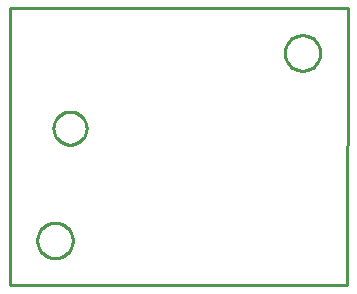
<source format=gbr>
G04 EAGLE Gerber X2 export*
%TF.Part,Single*%
%TF.FileFunction,Profile,NP*%
%TF.FilePolarity,Positive*%
%TF.GenerationSoftware,Autodesk,EAGLE,9.1.0*%
%TF.CreationDate,2018-08-15T13:35:39Z*%
G75*
%MOMM*%
%FSLAX34Y34*%
%LPD*%
%AMOC8*
5,1,8,0,0,1.08239X$1,22.5*%
G01*
%ADD10C,0.254000*%


D10*
X0Y0D02*
X285550Y0D01*
X285750Y234950D01*
X0Y234950D01*
X0Y0D01*
X53086Y37565D02*
X53010Y36497D01*
X52857Y35438D01*
X52630Y34392D01*
X52328Y33364D01*
X51954Y32361D01*
X51509Y31388D01*
X50996Y30448D01*
X50418Y29548D01*
X49776Y28691D01*
X49075Y27882D01*
X48318Y27125D01*
X47509Y26424D01*
X46652Y25782D01*
X45752Y25204D01*
X44812Y24691D01*
X43839Y24246D01*
X42836Y23872D01*
X41809Y23570D01*
X40763Y23343D01*
X39703Y23190D01*
X38635Y23114D01*
X37565Y23114D01*
X36497Y23190D01*
X35438Y23343D01*
X34392Y23570D01*
X33364Y23872D01*
X32361Y24246D01*
X31388Y24691D01*
X30448Y25204D01*
X29548Y25782D01*
X28691Y26424D01*
X27882Y27125D01*
X27125Y27882D01*
X26424Y28691D01*
X25782Y29548D01*
X25204Y30448D01*
X24691Y31388D01*
X24246Y32361D01*
X23872Y33364D01*
X23570Y34392D01*
X23343Y35438D01*
X23190Y36497D01*
X23114Y37565D01*
X23114Y38635D01*
X23190Y39703D01*
X23343Y40763D01*
X23570Y41809D01*
X23872Y42836D01*
X24246Y43839D01*
X24691Y44812D01*
X25204Y45752D01*
X25782Y46652D01*
X26424Y47509D01*
X27125Y48318D01*
X27882Y49075D01*
X28691Y49776D01*
X29548Y50418D01*
X30448Y50996D01*
X31388Y51509D01*
X32361Y51954D01*
X33364Y52328D01*
X34392Y52630D01*
X35438Y52857D01*
X36497Y53010D01*
X37565Y53086D01*
X38635Y53086D01*
X39703Y53010D01*
X40763Y52857D01*
X41809Y52630D01*
X42836Y52328D01*
X43839Y51954D01*
X44812Y51509D01*
X45752Y50996D01*
X46652Y50418D01*
X47509Y49776D01*
X48318Y49075D01*
X49075Y48318D01*
X49776Y47509D01*
X50418Y46652D01*
X50996Y45752D01*
X51509Y44812D01*
X51954Y43839D01*
X52328Y42836D01*
X52630Y41809D01*
X52857Y40763D01*
X53010Y39703D01*
X53086Y38635D01*
X53086Y37565D01*
X262636Y196315D02*
X262560Y195247D01*
X262407Y194188D01*
X262180Y193142D01*
X261878Y192114D01*
X261504Y191111D01*
X261059Y190138D01*
X260546Y189198D01*
X259968Y188298D01*
X259326Y187441D01*
X258625Y186632D01*
X257868Y185875D01*
X257059Y185174D01*
X256202Y184532D01*
X255302Y183954D01*
X254362Y183441D01*
X253389Y182996D01*
X252386Y182622D01*
X251359Y182320D01*
X250313Y182093D01*
X249253Y181940D01*
X248185Y181864D01*
X247115Y181864D01*
X246047Y181940D01*
X244988Y182093D01*
X243942Y182320D01*
X242914Y182622D01*
X241911Y182996D01*
X240938Y183441D01*
X239998Y183954D01*
X239098Y184532D01*
X238241Y185174D01*
X237432Y185875D01*
X236675Y186632D01*
X235974Y187441D01*
X235332Y188298D01*
X234754Y189198D01*
X234241Y190138D01*
X233796Y191111D01*
X233422Y192114D01*
X233120Y193142D01*
X232893Y194188D01*
X232740Y195247D01*
X232664Y196315D01*
X232664Y197385D01*
X232740Y198453D01*
X232893Y199513D01*
X233120Y200559D01*
X233422Y201586D01*
X233796Y202589D01*
X234241Y203562D01*
X234754Y204502D01*
X235332Y205402D01*
X235974Y206259D01*
X236675Y207068D01*
X237432Y207825D01*
X238241Y208526D01*
X239098Y209168D01*
X239998Y209746D01*
X240938Y210259D01*
X241911Y210704D01*
X242914Y211078D01*
X243942Y211380D01*
X244988Y211607D01*
X246047Y211760D01*
X247115Y211836D01*
X248185Y211836D01*
X249253Y211760D01*
X250313Y211607D01*
X251359Y211380D01*
X252386Y211078D01*
X253389Y210704D01*
X254362Y210259D01*
X255302Y209746D01*
X256202Y209168D01*
X257059Y208526D01*
X257868Y207825D01*
X258625Y207068D01*
X259326Y206259D01*
X259968Y205402D01*
X260546Y204502D01*
X261059Y203562D01*
X261504Y202589D01*
X261878Y201586D01*
X262180Y200559D01*
X262407Y199513D01*
X262560Y198453D01*
X262636Y197385D01*
X262636Y196315D01*
X64800Y132750D02*
X64729Y131753D01*
X64586Y130763D01*
X64374Y129786D01*
X64092Y128826D01*
X63743Y127889D01*
X63327Y126979D01*
X62848Y126102D01*
X62307Y125260D01*
X61708Y124460D01*
X61053Y123704D01*
X60346Y122997D01*
X59590Y122342D01*
X58790Y121743D01*
X57948Y121202D01*
X57071Y120723D01*
X56161Y120307D01*
X55224Y119958D01*
X54265Y119676D01*
X53287Y119464D01*
X52298Y119321D01*
X51300Y119250D01*
X50300Y119250D01*
X49303Y119321D01*
X48313Y119464D01*
X47336Y119676D01*
X46376Y119958D01*
X45439Y120307D01*
X44529Y120723D01*
X43652Y121202D01*
X42810Y121743D01*
X42010Y122342D01*
X41254Y122997D01*
X40547Y123704D01*
X39892Y124460D01*
X39293Y125260D01*
X38752Y126102D01*
X38273Y126979D01*
X37857Y127889D01*
X37508Y128826D01*
X37226Y129786D01*
X37014Y130763D01*
X36871Y131753D01*
X36800Y132750D01*
X36800Y133750D01*
X36871Y134748D01*
X37014Y135737D01*
X37226Y136715D01*
X37508Y137674D01*
X37857Y138611D01*
X38273Y139521D01*
X38752Y140398D01*
X39293Y141240D01*
X39892Y142040D01*
X40547Y142796D01*
X41254Y143503D01*
X42010Y144158D01*
X42810Y144757D01*
X43652Y145298D01*
X44529Y145777D01*
X45439Y146193D01*
X46376Y146542D01*
X47336Y146824D01*
X48313Y147036D01*
X49303Y147179D01*
X50300Y147250D01*
X51300Y147250D01*
X52298Y147179D01*
X53287Y147036D01*
X54265Y146824D01*
X55224Y146542D01*
X56161Y146193D01*
X57071Y145777D01*
X57948Y145298D01*
X58790Y144757D01*
X59590Y144158D01*
X60346Y143503D01*
X61053Y142796D01*
X61708Y142040D01*
X62307Y141240D01*
X62848Y140398D01*
X63327Y139521D01*
X63743Y138611D01*
X64092Y137674D01*
X64374Y136715D01*
X64586Y135737D01*
X64729Y134748D01*
X64800Y133750D01*
X64800Y132750D01*
M02*

</source>
